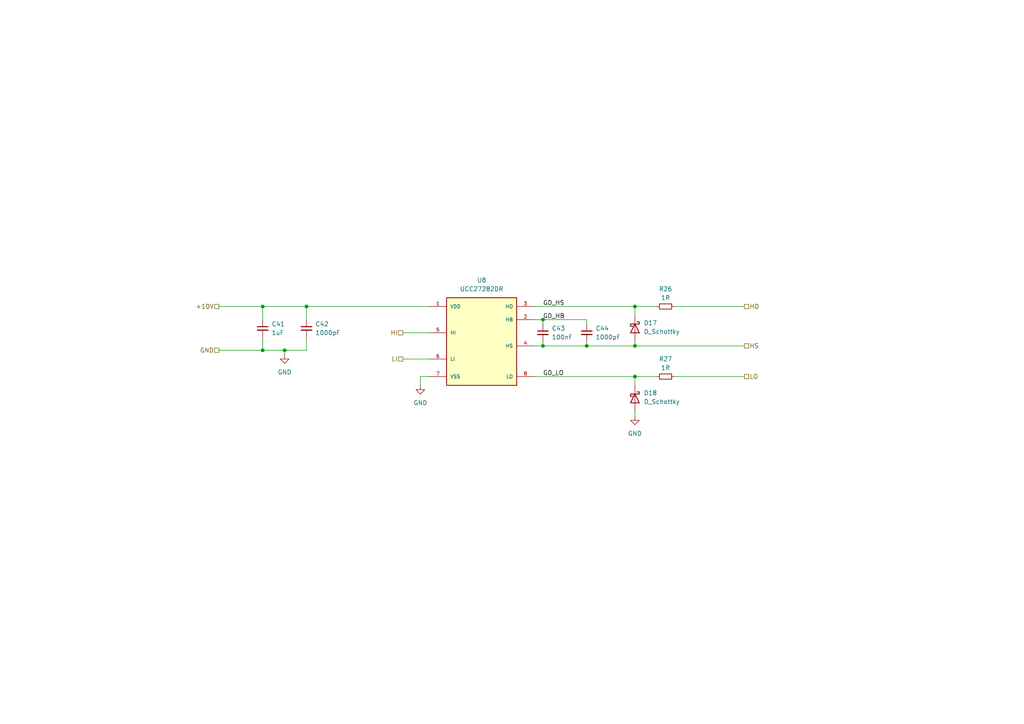
<source format=kicad_sch>
(kicad_sch (version 20211123) (generator eeschema)
  (paper "A4")
  (title_block (title "Gate driver phase W") (date "2022-07-24") (rev "1"))
  (lib_symbols
    (symbol "Device:C_Small" (pin_numbers hide) (pin_names (offset 0.254) hide)
      (property "Reference" "C" (at 0.254 1.778 0))
      (property "Value" "C_Small" (at 0.254 -2.032 0))
      (symbol "C_Small_0_1"
        (polyline (pts (xy -1.524 -0.508) (xy 1.524 -0.508)) (stroke (width 0.3302)))
        (polyline (pts (xy -1.524 0.508) (xy 1.524 0.508)) (stroke (width 0.3048)))
      )
      (symbol "C_Small_1_1"
        (pin passive line (at 0 2.54 270) (length 2.032) (name "~") (number "1"))
        (pin passive line (at 0 -2.54 90) (length 2.032) (name "~") (number "2"))
      )
    )
    (symbol "Device:D_Schottky" (pin_numbers hide) (pin_names (offset 1.016) hide)
      (property "Reference" "D" (at 0 2.54 0))
      (property "Value" "D_Schottky" (at 0 -2.54 0))
      (symbol "D_Schottky_0_1"
        (polyline (pts (xy 1.27 0) (xy -1.27 0)))
        (polyline (pts (xy 1.27 1.27) (xy 1.27 -1.27) (xy -1.27 0) (xy 1.27 1.27)) (stroke (width 0.254)))
        (polyline (pts (xy -1.905 0.635) (xy -1.905 1.27) (xy -1.27 1.27) (xy -1.27 -1.27) (xy -0.635 -1.27) (xy -0.635 -0.635)) (stroke (width 0.254)))
      )
      (symbol "D_Schottky_1_1"
        (pin passive line (at -3.81 0 0) (length 2.54) (name "K") (number "1"))
        (pin passive line (at 3.81 0 180) (length 2.54) (name "A") (number "2"))
      )
    )
    (symbol "Device:R_Small" (pin_numbers hide) (pin_names (offset 0.254) hide)
      (property "Reference" "R" (at 0.762 0.508 0))
      (property "Value" "R_Small" (at 0.762 -1.016 0))
      (symbol "R_Small_0_1"
        (rectangle (start -0.762 1.778) (end 0.762 -1.778) (stroke (width 0.2032)))
      )
      (symbol "R_Small_1_1"
        (pin passive line (at 0 2.54 270) (length 0.762) (name "~") (number "1"))
        (pin passive line (at 0 -2.54 90) (length 0.762) (name "~") (number "2"))
      )
    )
    (symbol "UCC27282DR:UCC27282DR" (pin_names (offset 1.016))
      (property "Reference" "U?" (at 0 17.78 0))
      (property "Value" "UCC27282DR" (at 0 15.24 0))
      (symbol "UCC27282DR_0_0"
        (rectangle (start -10.16 -12.7) (end 10.16 12.7) (stroke (width 0.254)) (fill (type background)))
        (pin power_in line (at -15.24 10.16 0) (length 5.08) (name "VDD") (number "1"))
        (pin passive line (at 15.24 6.35 180) (length 5.08) (name "HB") (number "2"))
        (pin output line (at 15.24 10.16 180) (length 5.08) (name "HO") (number "3"))
        (pin passive line (at 15.24 -1.27 180) (length 5.08) (name "HS") (number "4"))
        (pin input line (at -15.24 2.54 0) (length 5.08) (name "HI") (number "5"))
        (pin input line (at -15.24 -5.08 0) (length 5.08) (name "LI") (number "6"))
        (pin power_in line (at -15.24 -10.16 0) (length 5.08) (name "VSS") (number "7"))
        (pin output line (at 15.24 -10.16 180) (length 5.08) (name "LO") (number "8"))
      )
    )
    (symbol "power:GND" (power) (pin_names (offset 0))
      (property "Value" "GND" (at 0 -3.81 0))
      (symbol "GND_0_1"
        (polyline (pts (xy 0 0) (xy 0 -1.27) (xy 1.27 -1.27) (xy 0 -2.54) (xy -1.27 -1.27) (xy 0 -1.27)))
      )
      (symbol "GND_1_1"
        (pin power_in line (at 0 0 270) (length 0) hide (name "GND") (number "1"))
      )
    )
  )
  (junction (at 184.15 109.22))
  (junction (at 157.48 92.71))
  (junction (at 82.55 101.6))
  (junction (at 157.48 100.33))
  (junction (at 170.18 100.33))
  (junction (at 76.2 88.9))
  (junction (at 88.9 88.9))
  (junction (at 184.15 100.33))
  (junction (at 76.2 101.6))
  (junction (at 184.15 88.9))
  (wire (pts (xy 82.55 101.6) (xy 88.9 101.6)))
  (wire (pts (xy 157.48 92.71) (xy 170.18 92.71)))
  (wire (pts (xy 184.15 99.06) (xy 184.15 100.33)))
  (wire (pts (xy 121.92 109.22) (xy 121.92 111.76)))
  (wire (pts (xy 184.15 109.22) (xy 184.15 111.76)))
  (wire (pts (xy 124.46 96.52) (xy 116.84 96.52)))
  (wire (pts (xy 88.9 88.9) (xy 88.9 92.71)))
  (wire (pts (xy 88.9 88.9) (xy 124.46 88.9)))
  (wire (pts (xy 170.18 100.33) (xy 170.18 99.06)))
  (wire (pts (xy 157.48 100.33) (xy 154.94 100.33)))
  (wire (pts (xy 157.48 100.33) (xy 170.18 100.33)))
  (wire (pts (xy 184.15 119.38) (xy 184.15 120.65)))
  (wire (pts (xy 154.94 88.9) (xy 184.15 88.9)))
  (wire (pts (xy 157.48 99.06) (xy 157.48 100.33)))
  (wire (pts (xy 124.46 109.22) (xy 121.92 109.22)))
  (wire (pts (xy 170.18 92.71) (xy 170.18 93.98)))
  (wire (pts (xy 82.55 101.6) (xy 82.55 102.87)))
  (wire (pts (xy 76.2 97.79) (xy 76.2 101.6)))
  (wire (pts (xy 63.5 101.6) (xy 76.2 101.6)))
  (wire (pts (xy 195.58 88.9) (xy 215.9 88.9)))
  (wire (pts (xy 154.94 109.22) (xy 184.15 109.22)))
  (wire (pts (xy 157.48 92.71) (xy 157.48 93.98)))
  (wire (pts (xy 63.5 88.9) (xy 76.2 88.9)))
  (wire (pts (xy 184.15 88.9) (xy 190.5 88.9)))
  (wire (pts (xy 88.9 88.9) (xy 76.2 88.9)))
  (wire (pts (xy 195.58 109.22) (xy 215.9 109.22)))
  (wire (pts (xy 76.2 101.6) (xy 82.55 101.6)))
  (wire (pts (xy 170.18 100.33) (xy 184.15 100.33)))
  (wire (pts (xy 184.15 109.22) (xy 190.5 109.22)))
  (wire (pts (xy 116.84 104.14) (xy 124.46 104.14)))
  (wire (pts (xy 184.15 88.9) (xy 184.15 91.44)))
  (wire (pts (xy 76.2 88.9) (xy 76.2 92.71)))
  (wire (pts (xy 154.94 92.71) (xy 157.48 92.71)))
  (wire (pts (xy 184.15 100.33) (xy 215.9 100.33)))
  (wire (pts (xy 88.9 97.79) (xy 88.9 101.6)))
  (label "GD_LO" (at 157.48 109.22 0))
  (label "GD_HS" (at 157.48 88.9 0))
  (label "GD_HB" (at 157.48 92.71 0))
  (hierarchical_label "LO" (shape passive) (at 215.9 109.22 0))
  (hierarchical_label "+10V" (shape passive) (at 63.5 88.9 180))
  (hierarchical_label "HO" (shape passive) (at 215.9 88.9 0))
  (hierarchical_label "GND" (shape passive) (at 63.5 101.6 180))
  (hierarchical_label "LI" (shape passive) (at 116.84 104.14 180))
  (hierarchical_label "HI" (shape passive) (at 116.84 96.52 180))
  (hierarchical_label "HS" (shape passive) (at 215.9 100.33 0))
  (symbol (lib_id "Device:C_Small") (at 76.2 95.25 0) (unit 1)
    (property "Reference" "C41" (at 78.74 93.9862 0) (effects (justify left)))
    (property "Value" "1uF" (at 78.74 96.5262 0) (effects (justify left)))
    (property "Footprint" "Capacitor_SMD:C_0603_1608Metric" (effects hide))
  )
  (symbol (lib_id "UCC27282DR:UCC27282DR") (at 139.7 99.06 0) (unit 1)
    (property "Reference" "U8" (at 139.7 81.28 0))
    (property "Value" "UCC27282DR" (at 139.7 83.82 0))
    (property "Footprint" "UCC27282DR:SOIC127P599X175-8N" (effects hide))
    (property "Datasheet" "https://www.ti.com/lit/ds/symlink/ucc27282.pdf?ts=1658830366296" (effects hide))
    (property "STANDARD" "IPC 7351B" (effects hide))
    (property "PARTREV" "A" (effects hide))
    (property "MANUFACTURER" "Texas Instruments" (effects hide))
    (property "MAXIMUM_PACKAGE_HEIGHT" "1.75mm" (effects hide))
  )
  (symbol (lib_id "power:GND") (at 82.55 102.87 0) (unit 1)
    (property "Reference" "#PWR084" (effects hide))
    (property "Value" "GND" (at 82.55 107.95 0))
  )
  (symbol (lib_id "Device:C_Small") (at 170.18 96.52 0) (unit 1)
    (property "Reference" "C44" (at 172.72 95.2562 0) (effects (justify left)))
    (property "Value" "1000pF" (at 172.72 97.7962 0) (effects (justify left)))
    (property "Footprint" "Capacitor_SMD:C_0603_1608Metric" (effects hide))
  )
  (symbol (lib_id "power:GND") (at 184.15 120.65 0) (unit 1)
    (property "Reference" "#PWR086" (effects hide))
    (property "Value" "GND" (at 184.15 125.73 0))
  )
  (symbol (lib_id "Device:C_Small") (at 157.48 96.52 0) (unit 1)
    (property "Reference" "C43" (at 160.02 95.2562 0) (effects (justify left)))
    (property "Value" "100nF" (at 160.02 97.7962 0) (effects (justify left)))
    (property "Footprint" "Capacitor_SMD:C_0603_1608Metric" (effects hide))
  )
  (symbol (lib_id "Device:R_Small") (at 193.04 88.9 90) (unit 1)
    (property "Reference" "R26" (at 193.04 83.82 90))
    (property "Value" "1R" (at 193.04 86.36 90))
    (property "Footprint" "Resistor_SMD:R_0603_1608Metric" (effects hide))
  )
  (symbol (lib_id "Device:D_Schottky") (at 184.15 115.57 270) (unit 1)
    (property "Reference" "D18" (at 186.69 113.9824 90) (effects (justify left)))
    (property "Value" "D_Schottky" (at 186.69 116.5224 90) (effects (justify left)))
    (property "Footprint" "SS2P4-M3_84A:SS2P4M384A" (effects hide))
    (property "Datasheet" "https://www.vishay.com/docs/88910/ss2p2.pdf" (effects hide))
    (property "Part no" "SS2P4-M3/84A" (effects hide))
  )
  (symbol (lib_id "Device:D_Schottky") (at 184.15 95.25 270) (unit 1)
    (property "Reference" "D17" (at 186.69 93.6624 90) (effects (justify left)))
    (property "Value" "D_Schottky" (at 186.69 96.2024 90) (effects (justify left)))
    (property "Footprint" "SS2P4-M3_84A:SS2P4M384A" (effects hide))
    (property "Datasheet" "https://www.vishay.com/docs/88910/ss2p2.pdf" (effects hide))
    (property "Part no" "SS2P4-M3/84A" (effects hide))
  )
  (symbol (lib_id "Device:R_Small") (at 193.04 109.22 90) (unit 1)
    (property "Reference" "R27" (at 193.04 104.14 90))
    (property "Value" "1R" (at 193.04 106.68 90))
    (property "Footprint" "Resistor_SMD:R_0603_1608Metric" (effects hide))
  )
  (symbol (lib_id "Device:C_Small") (at 88.9 95.25 0) (unit 1)
    (property "Reference" "C42" (at 91.44 93.9862 0) (effects (justify left)))
    (property "Value" "1000pF" (at 91.44 96.5262 0) (effects (justify left)))
    (property "Footprint" "Capacitor_SMD:C_0603_1608Metric" (effects hide))
  )
  (symbol (lib_id "power:GND") (at 121.92 111.76 0) (unit 1)
    (property "Reference" "#PWR085" (effects hide))
    (property "Value" "GND" (at 121.92 116.84 0))
  )
)
</source>
